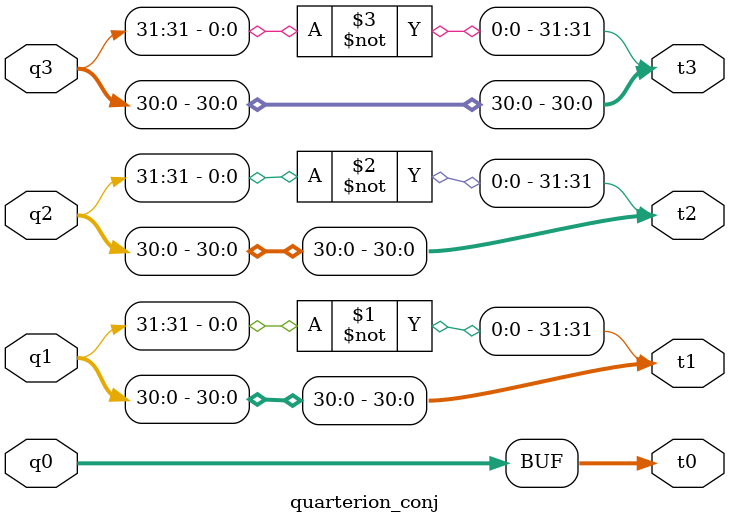
<source format=v>
`timescale 1ns / 1ps


module quarterion_conj(
    input [31:0] q0,
    input [31:0] q1,
    input [31:0] q2,
    input [31:0] q3,
    output [31:0] t0,
    output [31:0] t1,
    output [31:0] t2,
    output [31:0] t3
    );
    
    assign t0 = q0;
    assign t1 = {~q1[31], q1[30:0]};
    assign t2 = {~q2[31], q2[30:0]};
    assign t3 = {~q3[31], q3[30:0]};
    
endmodule

</source>
